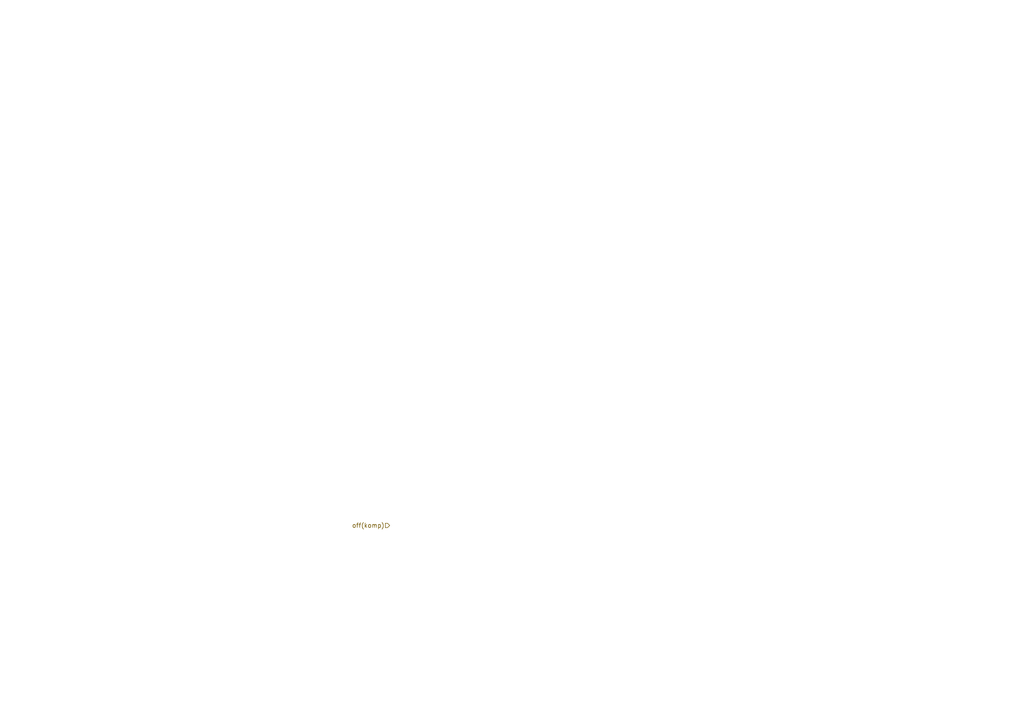
<source format=kicad_sch>
(kicad_sch
	(version 20250114)
	(generator "eeschema")
	(generator_version "9.0")
	(uuid "6ae1ff91-837c-471d-abb6-594cc8746a7a")
	(paper "A4")
	(lib_symbols)
	(hierarchical_label "off(komp)"
		(shape input)
		(at 113.03 152.4 180)
		(effects
			(font
				(size 1.27 1.27)
			)
			(justify right)
		)
		(uuid "98cbb598-6870-480c-a85f-e8bea3b3b229")
	)
)

</source>
